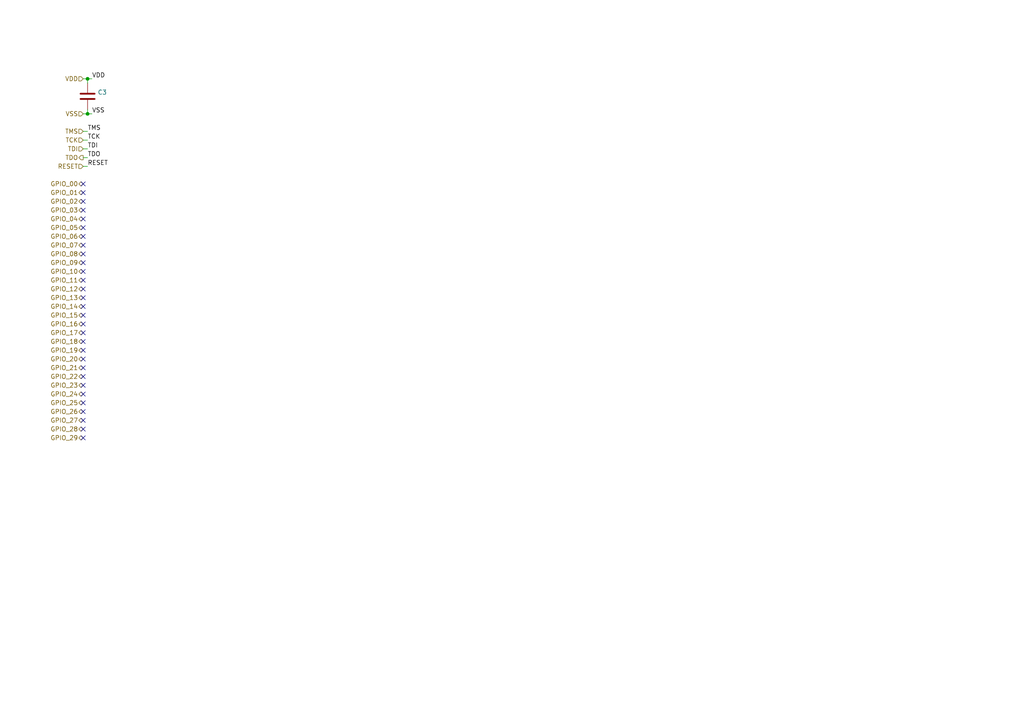
<source format=kicad_sch>
(kicad_sch (version 20211123) (generator eeschema)
  (paper "A4")
  (lib_symbols
    (symbol "Device:C" (pin_numbers hide) (pin_names (offset 0.254))
      (property "Reference" "C" (at 0.635 2.54 0))
      (property "Value" "C" (at 0.635 -2.54 0))
      (symbol "C_0_1"
        (polyline (pts (xy -2.032 -0.762) (xy 2.032 -0.762)) (stroke (width 0.508)))
        (polyline (pts (xy -2.032 0.762) (xy 2.032 0.762)) (stroke (width 0.508)))
      )
      (symbol "C_1_1"
        (pin passive line (at 0 3.81 270) (length 2.794) (name "~") (number "1"))
        (pin passive line (at 0 -3.81 90) (length 2.794) (name "~") (number "2"))
      )
    )
  )
  (junction (at 25.4 33.02))
  (junction (at 25.4 22.86))
  (no_connect (at 24.13 121.92))
  (no_connect (at 24.13 78.74))
  (no_connect (at 24.13 53.34))
  (no_connect (at 24.13 93.98))
  (no_connect (at 24.13 76.2))
  (no_connect (at 24.13 106.68))
  (no_connect (at 24.13 127))
  (no_connect (at 24.13 86.36))
  (no_connect (at 24.13 114.3))
  (no_connect (at 24.13 63.5))
  (no_connect (at 24.13 66.04))
  (no_connect (at 24.13 119.38))
  (no_connect (at 24.13 88.9))
  (no_connect (at 24.13 83.82))
  (no_connect (at 24.13 58.42))
  (no_connect (at 24.13 101.6))
  (no_connect (at 24.13 81.28))
  (no_connect (at 24.13 68.58))
  (no_connect (at 24.13 116.84))
  (no_connect (at 24.13 91.44))
  (no_connect (at 24.13 109.22))
  (no_connect (at 24.13 124.46))
  (no_connect (at 24.13 73.66))
  (no_connect (at 24.13 104.14))
  (no_connect (at 24.13 71.12))
  (no_connect (at 24.13 111.76))
  (no_connect (at 24.13 55.88))
  (no_connect (at 24.13 99.06))
  (no_connect (at 24.13 60.96))
  (no_connect (at 24.13 96.52))
  (wire (pts (xy 26.67 22.86) (xy 25.4 22.86)))
  (wire (pts (xy 25.4 22.86) (xy 25.4 24.13)))
  (wire (pts (xy 24.13 43.18) (xy 25.4 43.18)))
  (wire (pts (xy 25.4 33.02) (xy 25.4 31.75)))
  (wire (pts (xy 25.4 40.64) (xy 24.13 40.64)))
  (wire (pts (xy 24.13 38.1) (xy 25.4 38.1)))
  (wire (pts (xy 24.13 22.86) (xy 25.4 22.86)))
  (wire (pts (xy 24.13 33.02) (xy 25.4 33.02)))
  (wire (pts (xy 25.4 45.72) (xy 24.13 45.72)))
  (wire (pts (xy 26.67 33.02) (xy 25.4 33.02)))
  (wire (pts (xy 24.13 48.26) (xy 25.4 48.26)))
  (label "TCK" (at 25.4 40.64 0))
  (label "TDI" (at 25.4 43.18 0))
  (label "RESET" (at 25.4 48.26 0))
  (label "TDO" (at 25.4 45.72 0))
  (label "VDD" (at 26.67 22.86 0))
  (label "TMS" (at 25.4 38.1 0))
  (label "VSS" (at 26.67 33.02 0))
  (hierarchical_label "VDD" (shape input) (at 24.13 22.86 180))
  (hierarchical_label "GPIO_26" (shape bidirectional) (at 24.13 119.38 180))
  (hierarchical_label "GPIO_00" (shape bidirectional) (at 24.13 53.34 180))
  (hierarchical_label "GPIO_06" (shape bidirectional) (at 24.13 68.58 180))
  (hierarchical_label "GPIO_23" (shape bidirectional) (at 24.13 111.76 180))
  (hierarchical_label "GPIO_01" (shape bidirectional) (at 24.13 55.88 180))
  (hierarchical_label "GPIO_28" (shape bidirectional) (at 24.13 124.46 180))
  (hierarchical_label "GPIO_29" (shape bidirectional) (at 24.13 127 180))
  (hierarchical_label "VSS" (shape input) (at 24.13 33.02 180))
  (hierarchical_label "GPIO_10" (shape bidirectional) (at 24.13 78.74 180))
  (hierarchical_label "TDI" (shape input) (at 24.13 43.18 180))
  (hierarchical_label "GPIO_18" (shape bidirectional) (at 24.13 99.06 180))
  (hierarchical_label "TDO" (shape output) (at 24.13 45.72 180))
  (hierarchical_label "TMS" (shape input) (at 24.13 38.1 180))
  (hierarchical_label "GPIO_11" (shape bidirectional) (at 24.13 81.28 180))
  (hierarchical_label "GPIO_21" (shape bidirectional) (at 24.13 106.68 180))
  (hierarchical_label "GPIO_09" (shape bidirectional) (at 24.13 76.2 180))
  (hierarchical_label "RESET" (shape input) (at 24.13 48.26 180))
  (hierarchical_label "GPIO_13" (shape bidirectional) (at 24.13 86.36 180))
  (hierarchical_label "GPIO_17" (shape bidirectional) (at 24.13 96.52 180))
  (hierarchical_label "GPIO_19" (shape bidirectional) (at 24.13 101.6 180))
  (hierarchical_label "GPIO_24" (shape bidirectional) (at 24.13 114.3 180))
  (hierarchical_label "GPIO_27" (shape bidirectional) (at 24.13 121.92 180))
  (hierarchical_label "GPIO_08" (shape bidirectional) (at 24.13 73.66 180))
  (hierarchical_label "GPIO_05" (shape bidirectional) (at 24.13 66.04 180))
  (hierarchical_label "GPIO_20" (shape bidirectional) (at 24.13 104.14 180))
  (hierarchical_label "GPIO_14" (shape bidirectional) (at 24.13 88.9 180))
  (hierarchical_label "GPIO_25" (shape bidirectional) (at 24.13 116.84 180))
  (hierarchical_label "GPIO_02" (shape bidirectional) (at 24.13 58.42 180))
  (hierarchical_label "GPIO_15" (shape bidirectional) (at 24.13 91.44 180))
  (hierarchical_label "GPIO_04" (shape bidirectional) (at 24.13 63.5 180))
  (hierarchical_label "GPIO_03" (shape bidirectional) (at 24.13 60.96 180))
  (hierarchical_label "GPIO_07" (shape bidirectional) (at 24.13 71.12 180))
  (hierarchical_label "GPIO_16" (shape bidirectional) (at 24.13 93.98 180))
  (hierarchical_label "GPIO_12" (shape bidirectional) (at 24.13 83.82 180))
  (hierarchical_label "GPIO_22" (shape bidirectional) (at 24.13 109.22 180))
  (hierarchical_label "TCK" (shape input) (at 24.13 40.64 180))
  (symbol (lib_id "Device:C") (at 25.4 27.94 0) (unit 1)
    (property "Reference" "C3" (at 28.321 26.7716 0) (effects (justify left)))
  )
)
</source>
